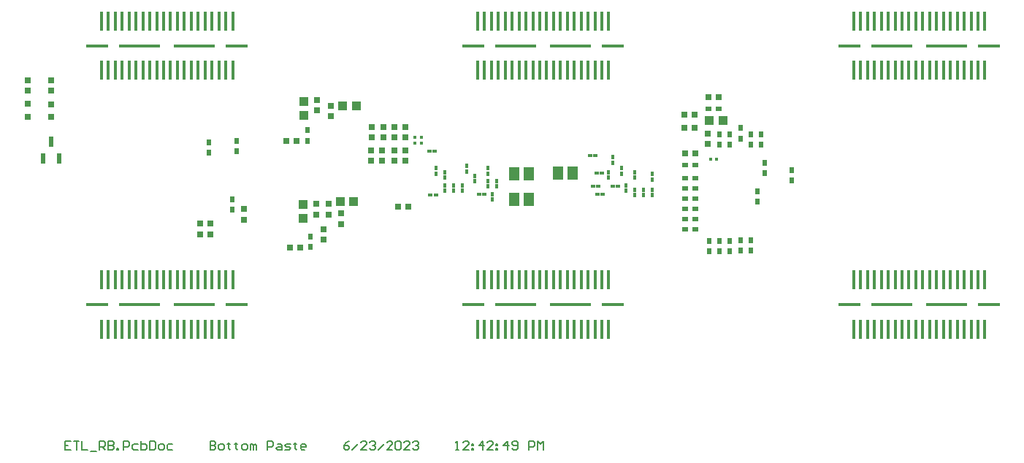
<source format=gbp>
G04*
G04 #@! TF.GenerationSoftware,Altium Limited,Altium Designer,23.6.0 (18)*
G04*
G04 Layer_Color=128*
%FSLAX43Y43*%
%MOMM*%
G71*
G04*
G04 #@! TF.SameCoordinates,E3B0678B-C1B1-40E0-9328-7CD754BF3715*
G04*
G04*
G04 #@! TF.FilePolarity,Positive*
G04*
G01*
G75*
%ADD11C,0.200*%
%ADD17R,0.600X1.250*%
%ADD20R,1.300X1.500*%
%ADD21R,0.800X0.600*%
%ADD22R,0.600X0.800*%
%ADD23R,0.700X0.800*%
%ADD26R,0.800X0.700*%
%ADD32R,0.400X0.350*%
%ADD33R,0.800X0.800*%
%ADD35R,0.350X0.400*%
%ADD95R,1.000X1.000*%
%ADD96R,0.420X0.520*%
%ADD97R,0.410X2.270*%
%ADD98R,0.410X2.270*%
%ADD99R,2.540X0.430*%
%ADD100R,4.700X0.430*%
%ADD101R,0.520X0.420*%
%ADD102R,1.000X1.000*%
D11*
X10366Y-30834D02*
X9700D01*
Y-31833D01*
X10366D01*
X9700Y-31334D02*
X10033D01*
X10700Y-30834D02*
X11366D01*
X11033D01*
Y-31833D01*
X11699Y-30834D02*
Y-31833D01*
X12366D01*
X12699Y-32000D02*
X13365D01*
X13699Y-31833D02*
Y-30834D01*
X14199D01*
X14365Y-31000D01*
Y-31334D01*
X14199Y-31500D01*
X13699D01*
X14032D02*
X14365Y-31833D01*
X14698Y-30834D02*
Y-31833D01*
X15198D01*
X15365Y-31667D01*
Y-31500D01*
X15198Y-31334D01*
X14698D01*
X15198D01*
X15365Y-31167D01*
Y-31000D01*
X15198Y-30834D01*
X14698D01*
X15698Y-31833D02*
Y-31667D01*
X15865D01*
Y-31833D01*
X15698D01*
X16531D02*
Y-30834D01*
X17031D01*
X17198Y-31000D01*
Y-31334D01*
X17031Y-31500D01*
X16531D01*
X18197Y-31167D02*
X17697D01*
X17531Y-31334D01*
Y-31667D01*
X17697Y-31833D01*
X18197D01*
X18530Y-30834D02*
Y-31833D01*
X19030D01*
X19197Y-31667D01*
Y-31500D01*
Y-31334D01*
X19030Y-31167D01*
X18530D01*
X19530Y-30834D02*
Y-31833D01*
X20030D01*
X20197Y-31667D01*
Y-31000D01*
X20030Y-30834D01*
X19530D01*
X20696Y-31833D02*
X21030D01*
X21196Y-31667D01*
Y-31334D01*
X21030Y-31167D01*
X20696D01*
X20530Y-31334D01*
Y-31667D01*
X20696Y-31833D01*
X22196Y-31167D02*
X21696D01*
X21530Y-31334D01*
Y-31667D01*
X21696Y-31833D01*
X22196D01*
X26528Y-30834D02*
Y-31833D01*
X27028D01*
X27194Y-31667D01*
Y-31500D01*
X27028Y-31334D01*
X26528D01*
X27028D01*
X27194Y-31167D01*
Y-31000D01*
X27028Y-30834D01*
X26528D01*
X27694Y-31833D02*
X28027D01*
X28194Y-31667D01*
Y-31334D01*
X28027Y-31167D01*
X27694D01*
X27528Y-31334D01*
Y-31667D01*
X27694Y-31833D01*
X28694Y-31000D02*
Y-31167D01*
X28527D01*
X28860D01*
X28694D01*
Y-31667D01*
X28860Y-31833D01*
X29527Y-31000D02*
Y-31167D01*
X29360D01*
X29694D01*
X29527D01*
Y-31667D01*
X29694Y-31833D01*
X30360D02*
X30693D01*
X30860Y-31667D01*
Y-31334D01*
X30693Y-31167D01*
X30360D01*
X30193Y-31334D01*
Y-31667D01*
X30360Y-31833D01*
X31193D02*
Y-31167D01*
X31360D01*
X31526Y-31334D01*
Y-31833D01*
Y-31334D01*
X31693Y-31167D01*
X31860Y-31334D01*
Y-31833D01*
X33192D02*
Y-30834D01*
X33692D01*
X33859Y-31000D01*
Y-31334D01*
X33692Y-31500D01*
X33192D01*
X34359Y-31167D02*
X34692D01*
X34859Y-31334D01*
Y-31833D01*
X34359D01*
X34192Y-31667D01*
X34359Y-31500D01*
X34859D01*
X35192Y-31833D02*
X35692D01*
X35858Y-31667D01*
X35692Y-31500D01*
X35358D01*
X35192Y-31334D01*
X35358Y-31167D01*
X35858D01*
X36358Y-31000D02*
Y-31167D01*
X36191D01*
X36525D01*
X36358D01*
Y-31667D01*
X36525Y-31833D01*
X37524D02*
X37191D01*
X37025Y-31667D01*
Y-31334D01*
X37191Y-31167D01*
X37524D01*
X37691Y-31334D01*
Y-31500D01*
X37025D01*
X42689Y-30834D02*
X42356Y-31000D01*
X42023Y-31334D01*
Y-31667D01*
X42190Y-31833D01*
X42523D01*
X42689Y-31667D01*
Y-31500D01*
X42523Y-31334D01*
X42023D01*
X43023Y-31833D02*
X43689Y-31167D01*
X44689Y-31833D02*
X44022D01*
X44689Y-31167D01*
Y-31000D01*
X44522Y-30834D01*
X44189D01*
X44022Y-31000D01*
X45022D02*
X45189Y-30834D01*
X45522D01*
X45688Y-31000D01*
Y-31167D01*
X45522Y-31334D01*
X45355D01*
X45522D01*
X45688Y-31500D01*
Y-31667D01*
X45522Y-31833D01*
X45189D01*
X45022Y-31667D01*
X46022Y-31833D02*
X46688Y-31167D01*
X47688Y-31833D02*
X47021D01*
X47688Y-31167D01*
Y-31000D01*
X47521Y-30834D01*
X47188D01*
X47021Y-31000D01*
X48021D02*
X48188Y-30834D01*
X48521D01*
X48687Y-31000D01*
Y-31667D01*
X48521Y-31833D01*
X48188D01*
X48021Y-31667D01*
Y-31000D01*
X49687Y-31833D02*
X49021D01*
X49687Y-31167D01*
Y-31000D01*
X49521Y-30834D01*
X49187D01*
X49021Y-31000D01*
X50020D02*
X50187Y-30834D01*
X50520D01*
X50687Y-31000D01*
Y-31167D01*
X50520Y-31334D01*
X50354D01*
X50520D01*
X50687Y-31500D01*
Y-31667D01*
X50520Y-31833D01*
X50187D01*
X50020Y-31667D01*
X55019Y-31833D02*
X55352D01*
X55185D01*
Y-30834D01*
X55019Y-31000D01*
X56518Y-31833D02*
X55852D01*
X56518Y-31167D01*
Y-31000D01*
X56352Y-30834D01*
X56018D01*
X55852Y-31000D01*
X56851Y-31167D02*
X57018D01*
Y-31334D01*
X56851D01*
Y-31167D01*
Y-31667D02*
X57018D01*
Y-31833D01*
X56851D01*
Y-31667D01*
X58184Y-31833D02*
Y-30834D01*
X57685Y-31334D01*
X58351D01*
X59351Y-31833D02*
X58684D01*
X59351Y-31167D01*
Y-31000D01*
X59184Y-30834D01*
X58851D01*
X58684Y-31000D01*
X59684Y-31167D02*
X59851D01*
Y-31334D01*
X59684D01*
Y-31167D01*
Y-31667D02*
X59851D01*
Y-31833D01*
X59684D01*
Y-31667D01*
X61017Y-31833D02*
Y-30834D01*
X60517Y-31334D01*
X61183D01*
X61517Y-31667D02*
X61683Y-31833D01*
X62016D01*
X62183Y-31667D01*
Y-31000D01*
X62016Y-30834D01*
X61683D01*
X61517Y-31000D01*
Y-31167D01*
X61683Y-31334D01*
X62183D01*
X63516Y-31833D02*
Y-30834D01*
X64016D01*
X64182Y-31000D01*
Y-31334D01*
X64016Y-31500D01*
X63516D01*
X64516Y-31833D02*
Y-30834D01*
X64849Y-31167D01*
X65182Y-30834D01*
Y-31833D01*
D17*
X8118Y3905D02*
D03*
X9068Y1905D02*
D03*
X7168D02*
D03*
D20*
X61761Y178D02*
D03*
X63461D02*
D03*
X63486Y-2819D02*
D03*
X61786D02*
D03*
X68566Y203D02*
D03*
X66866D02*
D03*
D21*
X82800Y-3925D02*
D03*
X81600D02*
D03*
X82800Y-2725D02*
D03*
X81600D02*
D03*
X82800Y-6325D02*
D03*
X81600D02*
D03*
X82800Y-325D02*
D03*
X81600D02*
D03*
X82800Y-5125D02*
D03*
X81600D02*
D03*
X82800Y-1525D02*
D03*
X81600D02*
D03*
Y1200D02*
D03*
X84300Y7700D02*
D03*
X82800Y1200D02*
D03*
X85500Y7700D02*
D03*
D22*
X38125Y-7157D02*
D03*
Y-8357D02*
D03*
X86800Y4700D02*
D03*
Y3500D02*
D03*
X84400Y-8825D02*
D03*
Y-7625D02*
D03*
X85600Y-8800D02*
D03*
Y-7600D02*
D03*
X85600Y3500D02*
D03*
Y4700D02*
D03*
X88000Y-7575D02*
D03*
Y-8775D02*
D03*
X89200Y3500D02*
D03*
Y4700D02*
D03*
X90400Y3500D02*
D03*
Y4700D02*
D03*
X88000Y4250D02*
D03*
Y5450D02*
D03*
X86800Y-7600D02*
D03*
Y-8800D02*
D03*
X89200Y-7575D02*
D03*
Y-8775D02*
D03*
X26400Y3800D02*
D03*
Y2600D02*
D03*
X90800Y200D02*
D03*
Y1400D02*
D03*
X37800Y4000D02*
D03*
X90000Y-3100D02*
D03*
X94000Y600D02*
D03*
X29100Y-2800D02*
D03*
X29600Y2800D02*
D03*
X37800Y5200D02*
D03*
X29600Y4000D02*
D03*
X29100Y-4000D02*
D03*
X94000Y-600D02*
D03*
X90000Y-1900D02*
D03*
D23*
X38862Y-3362D02*
D03*
Y-4562D02*
D03*
X5410Y9814D02*
D03*
Y11014D02*
D03*
X8103D02*
D03*
Y9814D02*
D03*
X39700Y-6250D02*
D03*
X41700Y-4450D02*
D03*
X40300Y-4550D02*
D03*
X41700Y-5650D02*
D03*
X38887Y7477D02*
D03*
X40500Y6800D02*
D03*
X40300Y-3350D02*
D03*
X40500Y8000D02*
D03*
X30450Y-5150D02*
D03*
X39700Y-7450D02*
D03*
X38887Y8677D02*
D03*
X84200Y4800D02*
D03*
X45200Y1700D02*
D03*
X46500D02*
D03*
X47900Y1700D02*
D03*
X49200D02*
D03*
X45200Y2900D02*
D03*
X45300Y4400D02*
D03*
X46500Y2900D02*
D03*
X46600Y4400D02*
D03*
X47900Y2900D02*
D03*
Y4400D02*
D03*
X49200Y2900D02*
D03*
Y4400D02*
D03*
X46600Y5600D02*
D03*
X45300D02*
D03*
X30450Y-3950D02*
D03*
X84200Y3600D02*
D03*
X47900Y5600D02*
D03*
X49200D02*
D03*
D26*
X35757Y-8372D02*
D03*
X36957D02*
D03*
X26600Y-6900D02*
D03*
X25400D02*
D03*
X81500Y5500D02*
D03*
X81500Y7000D02*
D03*
X49500Y-3700D02*
D03*
X81600Y2500D02*
D03*
X36541Y3988D02*
D03*
X84300Y9000D02*
D03*
X26600Y-5600D02*
D03*
X85500Y9000D02*
D03*
X35341Y3988D02*
D03*
X82700Y7000D02*
D03*
X82700Y5500D02*
D03*
X82800Y2500D02*
D03*
X25400Y-5600D02*
D03*
X48300Y-3700D02*
D03*
D32*
X50300Y4350D02*
D03*
Y3700D02*
D03*
X51050Y4350D02*
D03*
Y3700D02*
D03*
D33*
X5410Y8256D02*
D03*
Y6756D02*
D03*
X8103Y6731D02*
D03*
Y8231D02*
D03*
D35*
X85225Y1850D02*
D03*
X84575D02*
D03*
D95*
X37389Y6922D02*
D03*
Y8522D02*
D03*
X37338Y-3416D02*
D03*
Y-5016D02*
D03*
D96*
X57250Y-710D02*
D03*
Y-90D02*
D03*
X73250Y1440D02*
D03*
X77800Y110D02*
D03*
X76750Y-2310D02*
D03*
X72750Y310D02*
D03*
X77750Y-2310D02*
D03*
X75750D02*
D03*
Y310D02*
D03*
X74250Y810D02*
D03*
X74750Y-1810D02*
D03*
X58750Y810D02*
D03*
X59250Y-2810D02*
D03*
X56250Y1060D02*
D03*
X53750Y-1810D02*
D03*
X52750Y190D02*
D03*
X58750Y-1310D02*
D03*
X54750Y-1810D02*
D03*
X55750D02*
D03*
X53750Y310D02*
D03*
X59750Y-690D02*
D03*
X73250Y2060D02*
D03*
X77800Y-510D02*
D03*
X76750Y-1690D02*
D03*
X72750Y-310D02*
D03*
X77750Y-1690D02*
D03*
X75750D02*
D03*
Y-310D02*
D03*
X74250Y190D02*
D03*
X74750Y-1190D02*
D03*
X58750Y190D02*
D03*
X59250Y-2190D02*
D03*
X56250Y440D02*
D03*
X53750Y-1190D02*
D03*
X52750Y810D02*
D03*
X58750Y-690D02*
D03*
X54750Y-1190D02*
D03*
X55750D02*
D03*
X53750Y-310D02*
D03*
X59750Y-1310D02*
D03*
D97*
X13950Y17865D02*
D03*
X14750D02*
D03*
X15550D02*
D03*
X16350D02*
D03*
X17150D02*
D03*
X17950D02*
D03*
X18750D02*
D03*
X19550D02*
D03*
X20350D02*
D03*
X21150D02*
D03*
X21950D02*
D03*
X22750D02*
D03*
X23550D02*
D03*
X24350D02*
D03*
X25150D02*
D03*
X25950D02*
D03*
X26750D02*
D03*
X27550D02*
D03*
X28350D02*
D03*
X29150D02*
D03*
X57550D02*
D03*
X58350D02*
D03*
X59150D02*
D03*
X59950D02*
D03*
X60750D02*
D03*
X61550D02*
D03*
X62350D02*
D03*
X63150D02*
D03*
X63950D02*
D03*
X64750D02*
D03*
X65550D02*
D03*
X66350D02*
D03*
X67150D02*
D03*
X67950D02*
D03*
X68750D02*
D03*
X69550D02*
D03*
X70350D02*
D03*
X71150D02*
D03*
X71950D02*
D03*
X72750D02*
D03*
X101150D02*
D03*
X101950D02*
D03*
X102750D02*
D03*
X103550D02*
D03*
X104350D02*
D03*
X105150D02*
D03*
X105950D02*
D03*
X106750D02*
D03*
X107550D02*
D03*
X108350D02*
D03*
X109150D02*
D03*
X109950D02*
D03*
X110750D02*
D03*
X111550D02*
D03*
X112350D02*
D03*
X113150D02*
D03*
X113950D02*
D03*
X114750D02*
D03*
X115550D02*
D03*
X116350D02*
D03*
X101150Y-12135D02*
D03*
X101950D02*
D03*
X102750D02*
D03*
X103550D02*
D03*
X104350D02*
D03*
X105150D02*
D03*
X105950D02*
D03*
X106750D02*
D03*
X107550D02*
D03*
X108350D02*
D03*
X109150D02*
D03*
X109950D02*
D03*
X110750D02*
D03*
X111550D02*
D03*
X112350D02*
D03*
X113150D02*
D03*
X113950D02*
D03*
X114750D02*
D03*
X115550D02*
D03*
X116350D02*
D03*
X13950Y-12135D02*
D03*
X14750D02*
D03*
X15550D02*
D03*
X16350D02*
D03*
X17150D02*
D03*
X17950D02*
D03*
X18750D02*
D03*
X19550D02*
D03*
X20350D02*
D03*
X21150D02*
D03*
X21950D02*
D03*
X22750D02*
D03*
X23550D02*
D03*
X24350D02*
D03*
X25150D02*
D03*
X25950D02*
D03*
X26750D02*
D03*
X27550D02*
D03*
X28350D02*
D03*
X29150D02*
D03*
X57550Y-12135D02*
D03*
X58350D02*
D03*
X59150D02*
D03*
X59950D02*
D03*
X60750D02*
D03*
X61550D02*
D03*
X62350D02*
D03*
X63150D02*
D03*
X63950D02*
D03*
X64750D02*
D03*
X65550D02*
D03*
X66350D02*
D03*
X67150D02*
D03*
X67950D02*
D03*
X68750D02*
D03*
X69550D02*
D03*
X70350D02*
D03*
X71150D02*
D03*
X71950D02*
D03*
X72750D02*
D03*
D98*
X13950Y12135D02*
D03*
X14750D02*
D03*
X15550D02*
D03*
X16350D02*
D03*
X17150D02*
D03*
X17950D02*
D03*
X18750D02*
D03*
X19550D02*
D03*
X20350D02*
D03*
X21150D02*
D03*
X21950D02*
D03*
X22750D02*
D03*
X23550D02*
D03*
X24350D02*
D03*
X25150D02*
D03*
X25950D02*
D03*
X26750D02*
D03*
X27550D02*
D03*
X28350D02*
D03*
X29150D02*
D03*
X57550D02*
D03*
X58350D02*
D03*
X59150D02*
D03*
X59950D02*
D03*
X60750D02*
D03*
X61550D02*
D03*
X62350D02*
D03*
X63150D02*
D03*
X63950D02*
D03*
X64750D02*
D03*
X65550D02*
D03*
X66350D02*
D03*
X67150D02*
D03*
X67950D02*
D03*
X68750D02*
D03*
X69550D02*
D03*
X70350D02*
D03*
X71150D02*
D03*
X71950D02*
D03*
X72750D02*
D03*
X101150D02*
D03*
X101950D02*
D03*
X102750D02*
D03*
X103550D02*
D03*
X104350D02*
D03*
X105150D02*
D03*
X105950D02*
D03*
X106750D02*
D03*
X107550D02*
D03*
X108350D02*
D03*
X109150D02*
D03*
X109950D02*
D03*
X110750D02*
D03*
X111550D02*
D03*
X112350D02*
D03*
X113150D02*
D03*
X113950D02*
D03*
X114750D02*
D03*
X115550D02*
D03*
X116350D02*
D03*
X101150Y-17865D02*
D03*
X101950D02*
D03*
X102750D02*
D03*
X103550D02*
D03*
X104350D02*
D03*
X105150D02*
D03*
X105950D02*
D03*
X106750D02*
D03*
X107550D02*
D03*
X108350D02*
D03*
X109150D02*
D03*
X109950D02*
D03*
X110750D02*
D03*
X111550D02*
D03*
X112350D02*
D03*
X113150D02*
D03*
X113950D02*
D03*
X114750D02*
D03*
X115550D02*
D03*
X116350D02*
D03*
X13950Y-17865D02*
D03*
X14750D02*
D03*
X15550D02*
D03*
X16350D02*
D03*
X17150D02*
D03*
X17950D02*
D03*
X18750D02*
D03*
X19550D02*
D03*
X20350D02*
D03*
X21150D02*
D03*
X21950D02*
D03*
X22750D02*
D03*
X23550D02*
D03*
X24350D02*
D03*
X25150D02*
D03*
X25950D02*
D03*
X26750D02*
D03*
X27550D02*
D03*
X28350D02*
D03*
X29150D02*
D03*
X57550Y-17865D02*
D03*
X58350D02*
D03*
X59150D02*
D03*
X59950D02*
D03*
X60750D02*
D03*
X61550D02*
D03*
X62350D02*
D03*
X63150D02*
D03*
X63950D02*
D03*
X64750D02*
D03*
X65550D02*
D03*
X66350D02*
D03*
X67150D02*
D03*
X67950D02*
D03*
X68750D02*
D03*
X69550D02*
D03*
X70350D02*
D03*
X71150D02*
D03*
X71950D02*
D03*
X72750D02*
D03*
D99*
X13485Y15000D02*
D03*
X29615D02*
D03*
X57085D02*
D03*
X73215D02*
D03*
X100685D02*
D03*
X116815D02*
D03*
X100685Y-15000D02*
D03*
X116815D02*
D03*
X13485Y-15000D02*
D03*
X29615D02*
D03*
X57085Y-15000D02*
D03*
X73215D02*
D03*
D100*
X18375Y15000D02*
D03*
X24725D02*
D03*
X61975D02*
D03*
X68325D02*
D03*
X105575D02*
D03*
X111925D02*
D03*
X105575Y-15000D02*
D03*
X111925D02*
D03*
X18375Y-15000D02*
D03*
X24725D02*
D03*
X61975Y-15000D02*
D03*
X68325D02*
D03*
D101*
X73810Y-1250D02*
D03*
X73190D02*
D03*
X70593Y2249D02*
D03*
X71440Y-2250D02*
D03*
X70940Y-1250D02*
D03*
X52090Y-2300D02*
D03*
X58310Y-2250D02*
D03*
X51940Y2750D02*
D03*
X71340Y250D02*
D03*
X71213Y2249D02*
D03*
X72060Y-2250D02*
D03*
X71560Y-1250D02*
D03*
X52710Y-2300D02*
D03*
X57690Y-2250D02*
D03*
X52560Y2750D02*
D03*
X71960Y250D02*
D03*
D102*
X43200Y-3050D02*
D03*
X41600D02*
D03*
X41900Y8000D02*
D03*
X84400Y6300D02*
D03*
X86000D02*
D03*
X43500Y8000D02*
D03*
M02*

</source>
